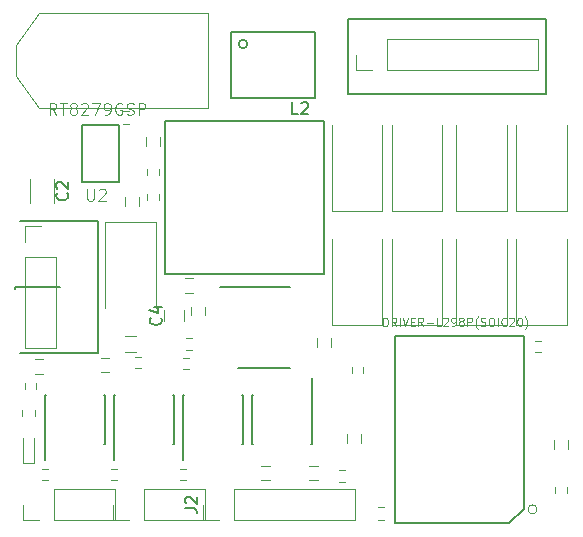
<source format=gto>
G04 #@! TF.FileFunction,Legend,Top*
%FSLAX46Y46*%
G04 Gerber Fmt 4.6, Leading zero omitted, Abs format (unit mm)*
G04 Created by KiCad (PCBNEW 4.0.6) date 12/03/17 01:19:17*
%MOMM*%
%LPD*%
G01*
G04 APERTURE LIST*
%ADD10C,0.100000*%
%ADD11C,0.200000*%
%ADD12C,0.120000*%
%ADD13C,0.150000*%
%ADD14C,0.127000*%
%ADD15C,0.050000*%
G04 APERTURE END LIST*
D10*
D11*
X157226000Y-81153000D02*
X157226000Y-81280000D01*
X161036000Y-81153000D02*
X157226000Y-81153000D01*
X185420000Y-58420000D02*
X202184000Y-58420000D01*
X185420000Y-64770000D02*
X185420000Y-58420000D01*
X202184000Y-64770000D02*
X185420000Y-64770000D01*
X202184000Y-58420000D02*
X202184000Y-64770000D01*
X164211000Y-86741000D02*
X157607000Y-86741000D01*
X164211000Y-75565000D02*
X164211000Y-86741000D01*
X157607000Y-75565000D02*
X164211000Y-75565000D01*
D12*
X173320000Y-82835000D02*
X173320000Y-83535000D01*
X172120000Y-83535000D02*
X172120000Y-82835000D01*
X204054000Y-94138000D02*
X204054000Y-94838000D01*
X202854000Y-94838000D02*
X202854000Y-94138000D01*
X167732000Y-73564000D02*
X167732000Y-74264000D01*
X166532000Y-74264000D02*
X166532000Y-73564000D01*
X159516000Y-97498000D02*
X160016000Y-97498000D01*
X160016000Y-96558000D02*
X159516000Y-96558000D01*
X165358000Y-97498000D02*
X165858000Y-97498000D01*
X165858000Y-96558000D02*
X165358000Y-96558000D01*
X171200000Y-97498000D02*
X171700000Y-97498000D01*
X171700000Y-96558000D02*
X171200000Y-96558000D01*
X171454000Y-88100000D02*
X171954000Y-88100000D01*
X171954000Y-87160000D02*
X171454000Y-87160000D01*
X167915400Y-87033000D02*
X167415400Y-87033000D01*
X167415400Y-87973000D02*
X167915400Y-87973000D01*
X158026000Y-89285000D02*
X158026000Y-89785000D01*
X158966000Y-89785000D02*
X158966000Y-89285000D01*
X182788000Y-86202000D02*
X182788000Y-85502000D01*
X183988000Y-85502000D02*
X183988000Y-86202000D01*
X201273600Y-86677600D02*
X201773600Y-86677600D01*
X201773600Y-85737600D02*
X201273600Y-85737600D01*
X168310000Y-69184000D02*
X168310000Y-68484000D01*
X169510000Y-68484000D02*
X169510000Y-69184000D01*
X171608000Y-80426000D02*
X172308000Y-80426000D01*
X172308000Y-81626000D02*
X171608000Y-81626000D01*
X164496000Y-87157000D02*
X165196000Y-87157000D01*
X165196000Y-88357000D02*
X164496000Y-88357000D01*
X185712000Y-87888000D02*
X185712000Y-88388000D01*
X186652000Y-88388000D02*
X186652000Y-87888000D01*
X159608000Y-88484000D02*
X158908000Y-88484000D01*
X158908000Y-87284000D02*
X159608000Y-87284000D01*
X186528000Y-93630000D02*
X186528000Y-94330000D01*
X185328000Y-94330000D02*
X185328000Y-93630000D01*
X178085000Y-96301000D02*
X178785000Y-96301000D01*
X178785000Y-97501000D02*
X178085000Y-97501000D01*
X182849000Y-97501000D02*
X182149000Y-97501000D01*
X182149000Y-96301000D02*
X182849000Y-96301000D01*
X194573000Y-84356000D02*
X198873000Y-84356000D01*
X198873000Y-84356000D02*
X198873000Y-77056000D01*
X194573000Y-84356000D02*
X194573000Y-77056000D01*
X194573000Y-74704000D02*
X198873000Y-74704000D01*
X198873000Y-74704000D02*
X198873000Y-67404000D01*
X194573000Y-74704000D02*
X194573000Y-67404000D01*
X199653000Y-84356000D02*
X203953000Y-84356000D01*
X203953000Y-84356000D02*
X203953000Y-77056000D01*
X199653000Y-84356000D02*
X199653000Y-77056000D01*
X199653000Y-74704000D02*
X203953000Y-74704000D01*
X203953000Y-74704000D02*
X203953000Y-67404000D01*
X199653000Y-74704000D02*
X199653000Y-67404000D01*
X169155000Y-75664000D02*
X164855000Y-75664000D01*
X164855000Y-75664000D02*
X164855000Y-82964000D01*
X169155000Y-75664000D02*
X169155000Y-82964000D01*
X157869000Y-96042000D02*
X158869000Y-96042000D01*
X158869000Y-96042000D02*
X158869000Y-93942000D01*
X157869000Y-96042000D02*
X157869000Y-93942000D01*
X189112000Y-84356000D02*
X193412000Y-84356000D01*
X193412000Y-84356000D02*
X193412000Y-77056000D01*
X189112000Y-84356000D02*
X189112000Y-77056000D01*
X189112000Y-74704000D02*
X193412000Y-74704000D01*
X193412000Y-74704000D02*
X193412000Y-67404000D01*
X189112000Y-74704000D02*
X189112000Y-67404000D01*
X184032000Y-84356000D02*
X188332000Y-84356000D01*
X188332000Y-84356000D02*
X188332000Y-77056000D01*
X184032000Y-84356000D02*
X184032000Y-77056000D01*
X184032000Y-74704000D02*
X188332000Y-74704000D01*
X188332000Y-74704000D02*
X188332000Y-67404000D01*
X184032000Y-74704000D02*
X184032000Y-67404000D01*
X201482000Y-62798000D02*
X201482000Y-60138000D01*
X188722000Y-62798000D02*
X201482000Y-62798000D01*
X188722000Y-60138000D02*
X201482000Y-60138000D01*
X188722000Y-62798000D02*
X188722000Y-60138000D01*
X187452000Y-62798000D02*
X186122000Y-62798000D01*
X186122000Y-62798000D02*
X186122000Y-61468000D01*
D10*
X168871000Y-65976000D02*
X173571000Y-65976000D01*
X173571000Y-65976000D02*
X173571000Y-64376000D01*
X169171000Y-57976000D02*
X173371000Y-57976000D01*
X173371000Y-57976000D02*
X173471000Y-57976000D01*
X173471000Y-57976000D02*
X173571000Y-57976000D01*
X173571000Y-57976000D02*
X173571000Y-61976000D01*
X159271000Y-65976000D02*
X157271000Y-63276000D01*
X159271000Y-57976000D02*
X157271000Y-60676000D01*
X157271000Y-61976000D02*
X157271000Y-63226000D01*
X157271000Y-61976000D02*
X157271000Y-60726000D01*
X161671000Y-65976000D02*
X159271000Y-65976000D01*
X164671000Y-65976000D02*
X161671000Y-65976000D01*
X161671000Y-57976000D02*
X159271000Y-57976000D01*
X164771000Y-57976000D02*
X161671000Y-57976000D01*
X157271000Y-61876000D02*
X157271000Y-62176000D01*
X173571000Y-61976000D02*
X173571000Y-64376000D01*
X169171000Y-57976000D02*
X164771000Y-57976000D01*
X168871000Y-65976000D02*
X164671000Y-65976000D01*
D12*
X173288000Y-100898000D02*
X173288000Y-98238000D01*
X168148000Y-100898000D02*
X173288000Y-100898000D01*
X168148000Y-98238000D02*
X173288000Y-98238000D01*
X168148000Y-100898000D02*
X168148000Y-98238000D01*
X166878000Y-100898000D02*
X165548000Y-100898000D01*
X165548000Y-100898000D02*
X165548000Y-99568000D01*
X165668000Y-100898000D02*
X165668000Y-98238000D01*
X160528000Y-100898000D02*
X165668000Y-100898000D01*
X160528000Y-98238000D02*
X165668000Y-98238000D01*
X160528000Y-100898000D02*
X160528000Y-98238000D01*
X159258000Y-100898000D02*
X157928000Y-100898000D01*
X157928000Y-100898000D02*
X157928000Y-99568000D01*
X166505000Y-85299000D02*
X167505000Y-85299000D01*
X167505000Y-86659000D02*
X166505000Y-86659000D01*
X172208000Y-85449000D02*
X171708000Y-85449000D01*
X171708000Y-86509000D02*
X172208000Y-86509000D01*
X202924000Y-98048000D02*
X202924000Y-98548000D01*
X203984000Y-98548000D02*
X203984000Y-98048000D01*
X168380000Y-71124000D02*
X168380000Y-71624000D01*
X169440000Y-71624000D02*
X169440000Y-71124000D01*
X168380000Y-73283000D02*
X168380000Y-73783000D01*
X169440000Y-73783000D02*
X169440000Y-73283000D01*
X187964000Y-100860000D02*
X188464000Y-100860000D01*
X188464000Y-99800000D02*
X187964000Y-99800000D01*
X166374000Y-67332000D02*
X166874000Y-67332000D01*
X166874000Y-66272000D02*
X166374000Y-66272000D01*
X158899000Y-92071000D02*
X158899000Y-91571000D01*
X157839000Y-91571000D02*
X157839000Y-92071000D01*
D13*
X176083000Y-88032000D02*
X180533000Y-88032000D01*
X174558000Y-81132000D02*
X180533000Y-81132000D01*
D11*
X166015000Y-72300000D02*
X162915000Y-72300000D01*
X162915000Y-72300000D02*
X162915000Y-67400000D01*
X162915000Y-67400000D02*
X166015000Y-67400000D01*
X166015000Y-67400000D02*
X166015000Y-72300000D01*
D14*
X200279000Y-85267800D02*
X189357000Y-85267800D01*
X189357000Y-101168200D02*
X199059800Y-101168200D01*
X200279000Y-99949000D02*
X200279000Y-85267800D01*
X189357000Y-101168200D02*
X189357000Y-85267800D01*
X200279000Y-99949000D02*
X199059800Y-101168200D01*
D10*
X201414000Y-99973000D02*
G75*
G03X201414000Y-99973000I-381000J0D01*
G01*
D13*
X171415000Y-94404000D02*
X171465000Y-94404000D01*
X171415000Y-90254000D02*
X171560000Y-90254000D01*
X176565000Y-90254000D02*
X176420000Y-90254000D01*
X176565000Y-94404000D02*
X176420000Y-94404000D01*
X171415000Y-94404000D02*
X171415000Y-90254000D01*
X176565000Y-94404000D02*
X176565000Y-90254000D01*
X171465000Y-94404000D02*
X171465000Y-95804000D01*
X165573000Y-94404000D02*
X165623000Y-94404000D01*
X165573000Y-90254000D02*
X165718000Y-90254000D01*
X170723000Y-90254000D02*
X170578000Y-90254000D01*
X170723000Y-94404000D02*
X170578000Y-94404000D01*
X165573000Y-94404000D02*
X165573000Y-90254000D01*
X170723000Y-94404000D02*
X170723000Y-90254000D01*
X165623000Y-94404000D02*
X165623000Y-95804000D01*
X159731000Y-94404000D02*
X159781000Y-94404000D01*
X159731000Y-90254000D02*
X159876000Y-90254000D01*
X164881000Y-90254000D02*
X164736000Y-90254000D01*
X164881000Y-94404000D02*
X164736000Y-94404000D01*
X159731000Y-94404000D02*
X159731000Y-90254000D01*
X164881000Y-94404000D02*
X164881000Y-90254000D01*
X159781000Y-94404000D02*
X159781000Y-95804000D01*
D12*
X158055000Y-86293000D02*
X160715000Y-86293000D01*
X158055000Y-78613000D02*
X158055000Y-86293000D01*
X160715000Y-78613000D02*
X160715000Y-86293000D01*
X158055000Y-78613000D02*
X160715000Y-78613000D01*
X158055000Y-77343000D02*
X158055000Y-76013000D01*
X158055000Y-76013000D02*
X159385000Y-76013000D01*
D13*
X182407000Y-90254000D02*
X182357000Y-90254000D01*
X182407000Y-94404000D02*
X182262000Y-94404000D01*
X177257000Y-94404000D02*
X177402000Y-94404000D01*
X177257000Y-90254000D02*
X177402000Y-90254000D01*
X182407000Y-90254000D02*
X182407000Y-94404000D01*
X177257000Y-90254000D02*
X177257000Y-94404000D01*
X182357000Y-90254000D02*
X182357000Y-88854000D01*
D12*
X185988000Y-100898000D02*
X185988000Y-98238000D01*
X175768000Y-100898000D02*
X185988000Y-100898000D01*
X175768000Y-98238000D02*
X185988000Y-98238000D01*
X175768000Y-100898000D02*
X175768000Y-98238000D01*
X174498000Y-100898000D02*
X173168000Y-100898000D01*
X173168000Y-100898000D02*
X173168000Y-99568000D01*
X184662000Y-97685000D02*
X185162000Y-97685000D01*
X185162000Y-96625000D02*
X184662000Y-96625000D01*
D13*
X176889210Y-60579000D02*
G75*
G03X176889210Y-60579000I-359210J0D01*
G01*
X175514000Y-59563000D02*
X175514000Y-65151000D01*
X175514000Y-65151000D02*
X182626000Y-65151000D01*
X182626000Y-65151000D02*
X182626000Y-59563000D01*
X182626000Y-59563000D02*
X175514000Y-59563000D01*
X183388000Y-67056000D02*
X183388000Y-80010000D01*
X183388000Y-80010000D02*
X169926000Y-80010000D01*
X169926000Y-80010000D02*
X169926000Y-67056000D01*
X183388000Y-67056000D02*
X169926000Y-67056000D01*
D12*
X160532000Y-74025000D02*
X160532000Y-72025000D01*
X158492000Y-72025000D02*
X158492000Y-74025000D01*
X169838000Y-83066000D02*
X169838000Y-84066000D01*
X171538000Y-84066000D02*
X171538000Y-83066000D01*
D15*
X163336789Y-72840890D02*
X163336789Y-73651361D01*
X163384464Y-73746711D01*
X163432138Y-73794385D01*
X163527488Y-73842060D01*
X163718187Y-73842060D01*
X163813536Y-73794385D01*
X163861211Y-73746711D01*
X163908886Y-73651361D01*
X163908886Y-72840890D01*
X164337959Y-72936240D02*
X164385634Y-72888565D01*
X164480983Y-72840890D01*
X164719357Y-72840890D01*
X164814707Y-72888565D01*
X164862381Y-72936240D01*
X164910056Y-73031589D01*
X164910056Y-73126939D01*
X164862381Y-73269963D01*
X164290284Y-73842060D01*
X164910056Y-73842060D01*
X160734042Y-66584255D02*
X160400389Y-66107608D01*
X160162065Y-66584255D02*
X160162065Y-65583295D01*
X160543383Y-65583295D01*
X160638712Y-65630960D01*
X160686377Y-65678625D01*
X160734042Y-65773954D01*
X160734042Y-65916949D01*
X160686377Y-66012278D01*
X160638712Y-66059943D01*
X160543383Y-66107608D01*
X160162065Y-66107608D01*
X161020031Y-65583295D02*
X161592008Y-65583295D01*
X161306019Y-66584255D02*
X161306019Y-65583295D01*
X162068655Y-66012278D02*
X161973326Y-65964613D01*
X161925661Y-65916949D01*
X161877996Y-65821619D01*
X161877996Y-65773954D01*
X161925661Y-65678625D01*
X161973326Y-65630960D01*
X162068655Y-65583295D01*
X162259314Y-65583295D01*
X162354644Y-65630960D01*
X162402308Y-65678625D01*
X162449973Y-65773954D01*
X162449973Y-65821619D01*
X162402308Y-65916949D01*
X162354644Y-65964613D01*
X162259314Y-66012278D01*
X162068655Y-66012278D01*
X161973326Y-66059943D01*
X161925661Y-66107608D01*
X161877996Y-66202937D01*
X161877996Y-66393596D01*
X161925661Y-66488926D01*
X161973326Y-66536590D01*
X162068655Y-66584255D01*
X162259314Y-66584255D01*
X162354644Y-66536590D01*
X162402308Y-66488926D01*
X162449973Y-66393596D01*
X162449973Y-66202937D01*
X162402308Y-66107608D01*
X162354644Y-66059943D01*
X162259314Y-66012278D01*
X162831291Y-65678625D02*
X162878956Y-65630960D01*
X162974285Y-65583295D01*
X163212609Y-65583295D01*
X163307939Y-65630960D01*
X163355603Y-65678625D01*
X163403268Y-65773954D01*
X163403268Y-65869284D01*
X163355603Y-66012278D01*
X162783626Y-66584255D01*
X163403268Y-66584255D01*
X163736921Y-65583295D02*
X164404228Y-65583295D01*
X163975245Y-66584255D01*
X164833211Y-66584255D02*
X165023870Y-66584255D01*
X165119199Y-66536590D01*
X165166864Y-66488926D01*
X165262193Y-66345931D01*
X165309858Y-66155272D01*
X165309858Y-65773954D01*
X165262193Y-65678625D01*
X165214529Y-65630960D01*
X165119199Y-65583295D01*
X164928540Y-65583295D01*
X164833211Y-65630960D01*
X164785546Y-65678625D01*
X164737881Y-65773954D01*
X164737881Y-66012278D01*
X164785546Y-66107608D01*
X164833211Y-66155272D01*
X164928540Y-66202937D01*
X165119199Y-66202937D01*
X165214529Y-66155272D01*
X165262193Y-66107608D01*
X165309858Y-66012278D01*
X166263153Y-65630960D02*
X166167824Y-65583295D01*
X166024829Y-65583295D01*
X165881835Y-65630960D01*
X165786506Y-65726290D01*
X165738841Y-65821619D01*
X165691176Y-66012278D01*
X165691176Y-66155272D01*
X165738841Y-66345931D01*
X165786506Y-66441261D01*
X165881835Y-66536590D01*
X166024829Y-66584255D01*
X166120159Y-66584255D01*
X166263153Y-66536590D01*
X166310818Y-66488926D01*
X166310818Y-66155272D01*
X166120159Y-66155272D01*
X166692136Y-66536590D02*
X166835130Y-66584255D01*
X167073454Y-66584255D01*
X167168784Y-66536590D01*
X167216448Y-66488926D01*
X167264113Y-66393596D01*
X167264113Y-66298267D01*
X167216448Y-66202937D01*
X167168784Y-66155272D01*
X167073454Y-66107608D01*
X166882795Y-66059943D01*
X166787466Y-66012278D01*
X166739801Y-65964613D01*
X166692136Y-65869284D01*
X166692136Y-65773954D01*
X166739801Y-65678625D01*
X166787466Y-65630960D01*
X166882795Y-65583295D01*
X167121119Y-65583295D01*
X167264113Y-65630960D01*
X167693096Y-66584255D02*
X167693096Y-65583295D01*
X168074414Y-65583295D01*
X168169743Y-65630960D01*
X168217408Y-65678625D01*
X168265073Y-65773954D01*
X168265073Y-65916949D01*
X168217408Y-66012278D01*
X168169743Y-66059943D01*
X168074414Y-66107608D01*
X167693096Y-66107608D01*
X188410758Y-84445393D02*
X188410758Y-83744692D01*
X188577591Y-83744692D01*
X188677691Y-83778059D01*
X188744425Y-83844792D01*
X188777791Y-83911526D01*
X188811158Y-84044993D01*
X188811158Y-84145093D01*
X188777791Y-84278560D01*
X188744425Y-84345293D01*
X188677691Y-84412027D01*
X188577591Y-84445393D01*
X188410758Y-84445393D01*
X189511859Y-84445393D02*
X189278292Y-84111726D01*
X189111459Y-84445393D02*
X189111459Y-83744692D01*
X189378392Y-83744692D01*
X189445126Y-83778059D01*
X189478492Y-83811426D01*
X189511859Y-83878159D01*
X189511859Y-83978259D01*
X189478492Y-84044993D01*
X189445126Y-84078359D01*
X189378392Y-84111726D01*
X189111459Y-84111726D01*
X189812160Y-84445393D02*
X189812160Y-83744692D01*
X190045726Y-83744692D02*
X190279293Y-84445393D01*
X190512860Y-83744692D01*
X190746428Y-84078359D02*
X190979995Y-84078359D01*
X191080095Y-84445393D02*
X190746428Y-84445393D01*
X190746428Y-83744692D01*
X191080095Y-83744692D01*
X191780796Y-84445393D02*
X191547229Y-84111726D01*
X191380396Y-84445393D02*
X191380396Y-83744692D01*
X191647329Y-83744692D01*
X191714063Y-83778059D01*
X191747429Y-83811426D01*
X191780796Y-83878159D01*
X191780796Y-83978259D01*
X191747429Y-84044993D01*
X191714063Y-84078359D01*
X191647329Y-84111726D01*
X191380396Y-84111726D01*
X192081097Y-84178460D02*
X192614964Y-84178460D01*
X193282299Y-84445393D02*
X192948632Y-84445393D01*
X192948632Y-83744692D01*
X193482499Y-83811426D02*
X193515866Y-83778059D01*
X193582599Y-83744692D01*
X193749433Y-83744692D01*
X193816166Y-83778059D01*
X193849533Y-83811426D01*
X193882899Y-83878159D01*
X193882899Y-83944893D01*
X193849533Y-84044993D01*
X193449132Y-84445393D01*
X193882899Y-84445393D01*
X194216566Y-84445393D02*
X194350033Y-84445393D01*
X194416767Y-84412027D01*
X194450133Y-84378660D01*
X194516867Y-84278560D01*
X194550233Y-84145093D01*
X194550233Y-83878159D01*
X194516867Y-83811426D01*
X194483500Y-83778059D01*
X194416767Y-83744692D01*
X194283300Y-83744692D01*
X194216566Y-83778059D01*
X194183200Y-83811426D01*
X194149833Y-83878159D01*
X194149833Y-84044993D01*
X194183200Y-84111726D01*
X194216566Y-84145093D01*
X194283300Y-84178460D01*
X194416767Y-84178460D01*
X194483500Y-84145093D01*
X194516867Y-84111726D01*
X194550233Y-84044993D01*
X194950634Y-84044993D02*
X194883900Y-84011626D01*
X194850534Y-83978259D01*
X194817167Y-83911526D01*
X194817167Y-83878159D01*
X194850534Y-83811426D01*
X194883900Y-83778059D01*
X194950634Y-83744692D01*
X195084101Y-83744692D01*
X195150834Y-83778059D01*
X195184201Y-83811426D01*
X195217567Y-83878159D01*
X195217567Y-83911526D01*
X195184201Y-83978259D01*
X195150834Y-84011626D01*
X195084101Y-84044993D01*
X194950634Y-84044993D01*
X194883900Y-84078359D01*
X194850534Y-84111726D01*
X194817167Y-84178460D01*
X194817167Y-84311926D01*
X194850534Y-84378660D01*
X194883900Y-84412027D01*
X194950634Y-84445393D01*
X195084101Y-84445393D01*
X195150834Y-84412027D01*
X195184201Y-84378660D01*
X195217567Y-84311926D01*
X195217567Y-84178460D01*
X195184201Y-84111726D01*
X195150834Y-84078359D01*
X195084101Y-84044993D01*
X195517868Y-84445393D02*
X195517868Y-83744692D01*
X195784801Y-83744692D01*
X195851535Y-83778059D01*
X195884901Y-83811426D01*
X195918268Y-83878159D01*
X195918268Y-83978259D01*
X195884901Y-84044993D01*
X195851535Y-84078359D01*
X195784801Y-84111726D01*
X195517868Y-84111726D01*
X196418769Y-84712327D02*
X196385402Y-84678960D01*
X196318669Y-84578860D01*
X196285302Y-84512127D01*
X196251935Y-84412027D01*
X196218569Y-84245193D01*
X196218569Y-84111726D01*
X196251935Y-83944893D01*
X196285302Y-83844792D01*
X196318669Y-83778059D01*
X196385402Y-83677959D01*
X196418769Y-83644592D01*
X196652336Y-84412027D02*
X196752436Y-84445393D01*
X196919270Y-84445393D01*
X196986003Y-84412027D01*
X197019370Y-84378660D01*
X197052736Y-84311926D01*
X197052736Y-84245193D01*
X197019370Y-84178460D01*
X196986003Y-84145093D01*
X196919270Y-84111726D01*
X196785803Y-84078359D01*
X196719069Y-84044993D01*
X196685703Y-84011626D01*
X196652336Y-83944893D01*
X196652336Y-83878159D01*
X196685703Y-83811426D01*
X196719069Y-83778059D01*
X196785803Y-83744692D01*
X196952636Y-83744692D01*
X197052736Y-83778059D01*
X197486503Y-83744692D02*
X197619970Y-83744692D01*
X197686704Y-83778059D01*
X197753437Y-83844792D01*
X197786804Y-83978259D01*
X197786804Y-84211826D01*
X197753437Y-84345293D01*
X197686704Y-84412027D01*
X197619970Y-84445393D01*
X197486503Y-84445393D01*
X197419770Y-84412027D01*
X197353037Y-84345293D01*
X197319670Y-84211826D01*
X197319670Y-83978259D01*
X197353037Y-83844792D01*
X197419770Y-83778059D01*
X197486503Y-83744692D01*
X198087105Y-84445393D02*
X198087105Y-83744692D01*
X198821172Y-84378660D02*
X198787805Y-84412027D01*
X198687705Y-84445393D01*
X198620972Y-84445393D01*
X198520872Y-84412027D01*
X198454138Y-84345293D01*
X198420772Y-84278560D01*
X198387405Y-84145093D01*
X198387405Y-84044993D01*
X198420772Y-83911526D01*
X198454138Y-83844792D01*
X198520872Y-83778059D01*
X198620972Y-83744692D01*
X198687705Y-83744692D01*
X198787805Y-83778059D01*
X198821172Y-83811426D01*
X199088106Y-83811426D02*
X199121473Y-83778059D01*
X199188206Y-83744692D01*
X199355040Y-83744692D01*
X199421773Y-83778059D01*
X199455140Y-83811426D01*
X199488506Y-83878159D01*
X199488506Y-83944893D01*
X199455140Y-84044993D01*
X199054739Y-84445393D01*
X199488506Y-84445393D01*
X199922273Y-83744692D02*
X199989007Y-83744692D01*
X200055740Y-83778059D01*
X200089107Y-83811426D01*
X200122474Y-83878159D01*
X200155840Y-84011626D01*
X200155840Y-84178460D01*
X200122474Y-84311926D01*
X200089107Y-84378660D01*
X200055740Y-84412027D01*
X199989007Y-84445393D01*
X199922273Y-84445393D01*
X199855540Y-84412027D01*
X199822173Y-84378660D01*
X199788807Y-84311926D01*
X199755440Y-84178460D01*
X199755440Y-84011626D01*
X199788807Y-83878159D01*
X199822173Y-83811426D01*
X199855540Y-83778059D01*
X199922273Y-83744692D01*
X200389407Y-84712327D02*
X200422774Y-84678960D01*
X200489507Y-84578860D01*
X200522874Y-84512127D01*
X200556241Y-84412027D01*
X200589607Y-84245193D01*
X200589607Y-84111726D01*
X200556241Y-83944893D01*
X200522874Y-83844792D01*
X200489507Y-83778059D01*
X200422774Y-83677959D01*
X200389407Y-83644592D01*
D13*
X171620381Y-99901333D02*
X172334667Y-99901333D01*
X172477524Y-99948953D01*
X172572762Y-100044191D01*
X172620381Y-100187048D01*
X172620381Y-100282286D01*
X171715619Y-99472762D02*
X171668000Y-99425143D01*
X171620381Y-99329905D01*
X171620381Y-99091809D01*
X171668000Y-98996571D01*
X171715619Y-98948952D01*
X171810857Y-98901333D01*
X171906095Y-98901333D01*
X172048952Y-98948952D01*
X172620381Y-99520381D01*
X172620381Y-98901333D01*
X181189334Y-66492381D02*
X180713143Y-66492381D01*
X180713143Y-65492381D01*
X181475048Y-65587619D02*
X181522667Y-65540000D01*
X181617905Y-65492381D01*
X181856001Y-65492381D01*
X181951239Y-65540000D01*
X181998858Y-65587619D01*
X182046477Y-65682857D01*
X182046477Y-65778095D01*
X181998858Y-65920952D01*
X181427429Y-66492381D01*
X182046477Y-66492381D01*
X161619143Y-73191666D02*
X161666762Y-73239285D01*
X161714381Y-73382142D01*
X161714381Y-73477380D01*
X161666762Y-73620238D01*
X161571524Y-73715476D01*
X161476286Y-73763095D01*
X161285810Y-73810714D01*
X161142952Y-73810714D01*
X160952476Y-73763095D01*
X160857238Y-73715476D01*
X160762000Y-73620238D01*
X160714381Y-73477380D01*
X160714381Y-73382142D01*
X160762000Y-73239285D01*
X160809619Y-73191666D01*
X160809619Y-72810714D02*
X160762000Y-72763095D01*
X160714381Y-72667857D01*
X160714381Y-72429761D01*
X160762000Y-72334523D01*
X160809619Y-72286904D01*
X160904857Y-72239285D01*
X161000095Y-72239285D01*
X161142952Y-72286904D01*
X161714381Y-72858333D01*
X161714381Y-72239285D01*
X169545143Y-83732666D02*
X169592762Y-83780285D01*
X169640381Y-83923142D01*
X169640381Y-84018380D01*
X169592762Y-84161238D01*
X169497524Y-84256476D01*
X169402286Y-84304095D01*
X169211810Y-84351714D01*
X169068952Y-84351714D01*
X168878476Y-84304095D01*
X168783238Y-84256476D01*
X168688000Y-84161238D01*
X168640381Y-84018380D01*
X168640381Y-83923142D01*
X168688000Y-83780285D01*
X168735619Y-83732666D01*
X168973714Y-82875523D02*
X169640381Y-82875523D01*
X168592762Y-83113619D02*
X169307048Y-83351714D01*
X169307048Y-82732666D01*
M02*

</source>
